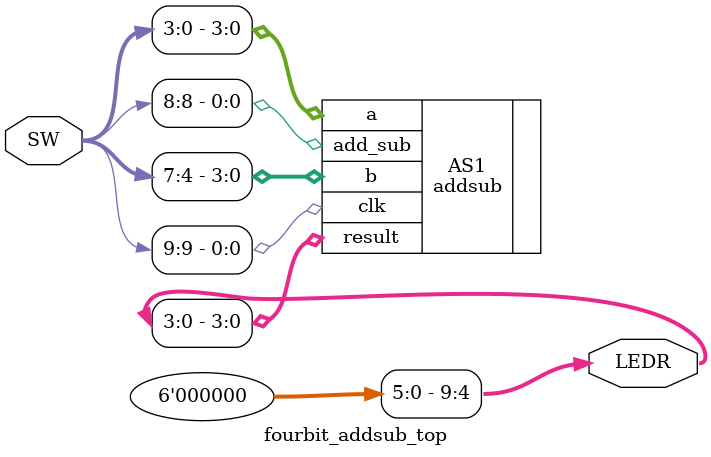
<source format=v>
module fourbit_addsub_top(
input [9:0] SW,
output [9:0] LEDR
);

assign LEDR[9:4] = 6'b000000;

addsub AS1( //Instatiate addsub submodule
	.a(SW[3:0]),
	.b(SW[7:4]),
	.add_sub(SW[8]),
	.clk(SW[9]),
	.result(LEDR[3:0])
	);

endmodule

</source>
